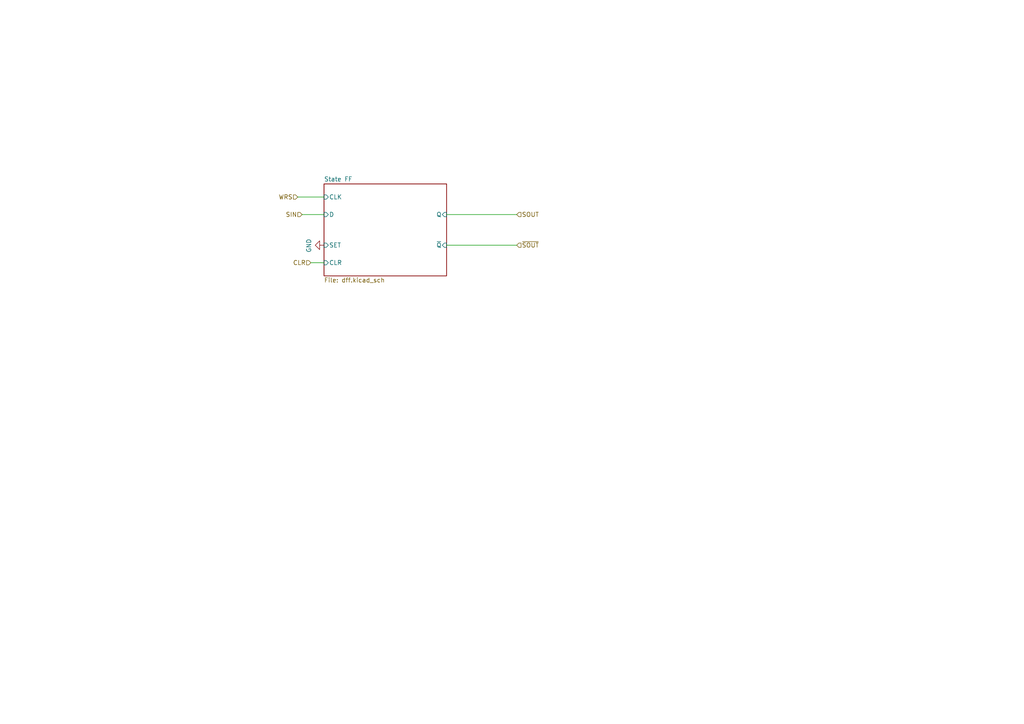
<source format=kicad_sch>
(kicad_sch (version 20210126) (generator eeschema)
  (paper "A4")
  (title_block (title "Q2 S Register Bit") (date "2021-02-05") (rev "1") (company "joewing.net"))
  (lib_symbols
    (symbol "power:GND" (power) (pin_names (offset 0))
      (property "Value" "GND" (at 0 -3.81 0))
      (symbol "GND_0_1"
        (polyline (pts (xy 0 0) (xy 0 -1.27) (xy 1.27 -1.27) (xy 0 -2.54) (xy -1.27 -1.27) (xy 0 -1.27)))
      )
      (symbol "GND_1_1"
        (pin power_in line (at 0 0 270) (length 0) hide (name "GND") (number "1"))
      )
    )
  )
  (wire (pts (xy 86.36 57.15) (xy 93.98 57.15)))
  (wire (pts (xy 87.63 62.23) (xy 93.98 62.23)))
  (wire (pts (xy 90.17 76.2) (xy 93.98 76.2)))
  (wire (pts (xy 129.54 62.23) (xy 149.86 62.23)))
  (wire (pts (xy 129.54 71.12) (xy 149.86 71.12)))
  (hierarchical_label "WRS" (shape input) (at 86.36 57.15 180))
  (hierarchical_label "SIN" (shape input) (at 87.63 62.23 180))
  (hierarchical_label "CLR" (shape input) (at 90.17 76.2 180))
  (hierarchical_label "SOUT" (shape input) (at 149.86 62.23 0))
  (hierarchical_label "~SOUT" (shape input) (at 149.86 71.12 0))
  (symbol (lib_id "power:GND") (at 93.98 71.12 270)
    (property "Reference" "#PWR0880" (effects hide))
    (property "Value" "GND" (at 89.5858 71.247 0))
  )
  (sheet (at 93.98 53.34) (size 35.56 26.67)
    (property "Sheet name" "State FF" (at 93.98 52.7045 0) (effects (justify left bottom)))
    (property "Sheet file" "dff.kicad_sch" (at 93.98 80.5185 0) (effects (justify left top)))
    (pin "Q" input (at 129.54 62.23 0))
    (pin "~Q" input (at 129.54 71.12 0))
    (pin "CLK" input (at 93.98 57.15 180))
    (pin "D" input (at 93.98 62.23 180))
    (pin "SET" input (at 93.98 71.12 180))
    (pin "CLR" input (at 93.98 76.2 180))
  )
)
</source>
